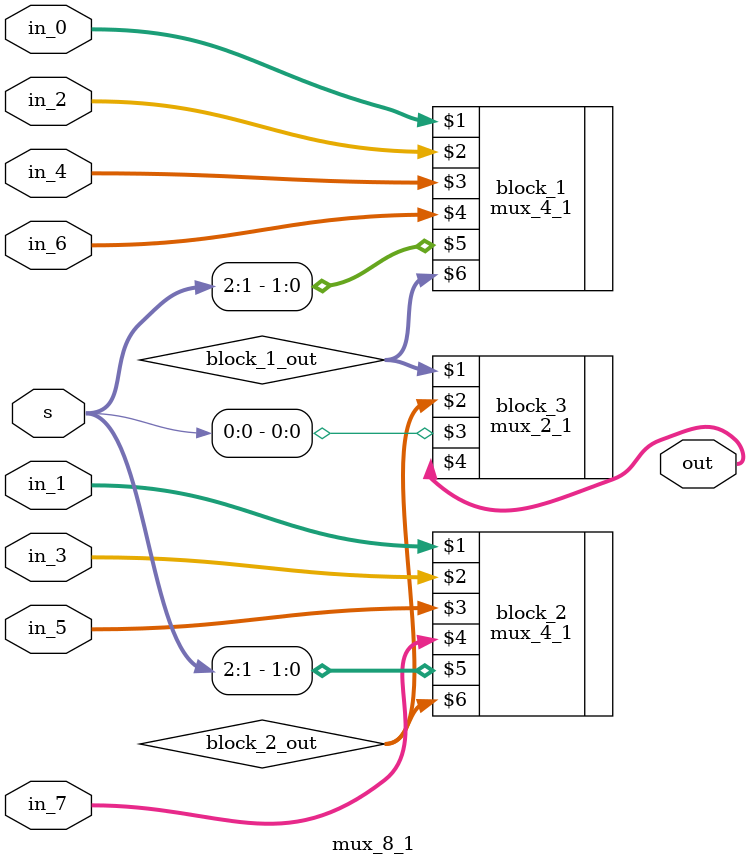
<source format=sv>

/* Design of 8-1 mux using binary module pattern */
module mux_8_1(in_0, in_1, in_2, in_3, in_4, in_5, in_6, in_7, s, out);
   

    parameter  N = 32;
    
    /* ----- Inputs  ----- */
    input wire [N-1:0] in_0, in_1, in_2, in_3, in_4, in_5, in_6, in_7;
    input wire [2:0] s;

    /* ----- Outputs  ----- */
    output logic [N-1:0] out;

    /* -----  Submodules -----  */ 
    logic [N-1:0] block_1_out ;
    mux_4_1 block_1(in_0, in_2, in_4, in_6, s[2:1], block_1_out);

    logic [N-1:0] block_2_out ;
    mux_4_1 block_2(in_1, in_3, in_5, in_7, s[2:1], block_2_out);

    mux_2_1 block_3(block_1_out, block_2_out, s[0], out );

endmodule
</source>
